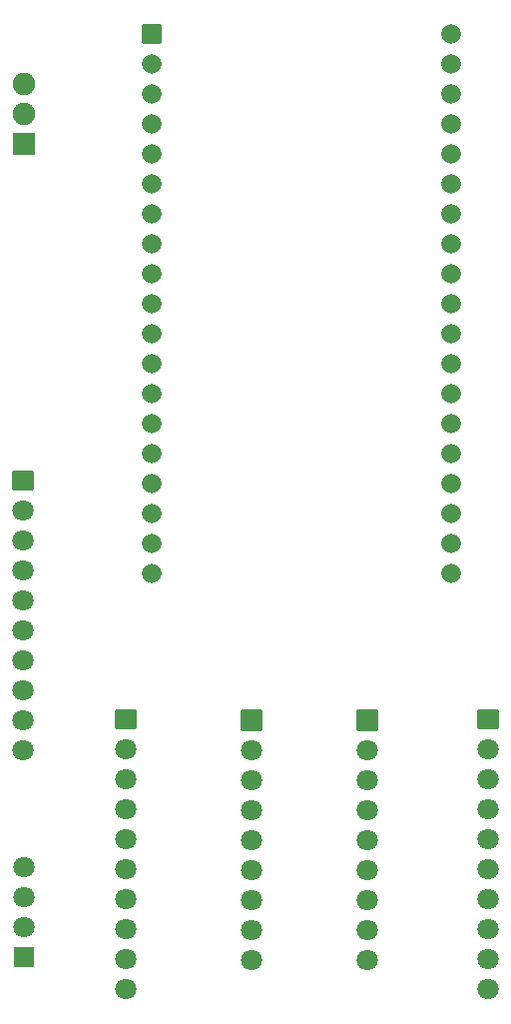
<source format=gbs>
G04 Layer: BottomSolderMaskLayer*
G04 EasyEDA v6.5.42, 2024-02-29 16:04:18*
G04 a77a6519c85945819b4ef728552386b2,10*
G04 Gerber Generator version 0.2*
G04 Scale: 100 percent, Rotated: No, Reflected: No *
G04 Dimensions in millimeters *
G04 leading zeros omitted , absolute positions ,4 integer and 5 decimal *
%FSLAX45Y45*%
%MOMM*%

%AMMACRO1*1,1,$1,$2,$3*1,1,$1,$4,$5*1,1,$1,0-$2,0-$3*1,1,$1,0-$4,0-$5*20,1,$1,$2,$3,$4,$5,0*20,1,$1,$4,$5,0-$2,0-$3,0*20,1,$1,0-$2,0-$3,0-$4,0-$5,0*20,1,$1,0-$4,0-$5,$2,$3,0*4,1,4,$2,$3,$4,$5,0-$2,0-$3,0-$4,0-$5,$2,$3,0*%
%ADD10R,1.9016X1.9016*%
%ADD11C,1.9016*%
%ADD12C,1.9020*%
%ADD13MACRO1,0.1016X0.85X0.85X0.85X-0.85*%
%ADD14C,1.8016*%
%ADD15C,1.8020*%
%ADD16MACRO1,0.1016X0.85X0.7874X0.85X-0.7874*%
%ADD17C,1.6617*%
%ADD18MACRO1,0.1016X-0.78X0.78X0.78X0.78*%
%ADD19R,1.8016X1.8016*%

%LPD*%
D10*
G01*
X1016000Y4724400D03*
D11*
G01*
X1016000Y4978400D03*
D12*
G01*
X1015997Y5232389D03*
D13*
G01*
X3924300Y-165100D03*
D14*
G01*
X3924300Y-419100D03*
G01*
X3924300Y-673100D03*
D15*
G01*
X3924292Y-927097D03*
G01*
X3924292Y-1181097D03*
D14*
G01*
X3924300Y-1435100D03*
G01*
X3924300Y-1689100D03*
G01*
X3924300Y-1943100D03*
G01*
X3924300Y-2197100D03*
D13*
G01*
X2946400Y-165100D03*
D14*
G01*
X2946400Y-419100D03*
G01*
X2946400Y-673100D03*
G01*
X2946400Y-927100D03*
G01*
X2946400Y-1181100D03*
G01*
X2946400Y-1435100D03*
G01*
X2946400Y-1689100D03*
G01*
X2946400Y-1943100D03*
G01*
X2946400Y-2197100D03*
G01*
X4953000Y-2438400D03*
G01*
X4953000Y-2184400D03*
G01*
X4953000Y-1930400D03*
G01*
X4953000Y-1676400D03*
G01*
X4953000Y-1422400D03*
G01*
X4953000Y-1168400D03*
G01*
X4953000Y-914400D03*
G01*
X4953000Y-660400D03*
G01*
X4953000Y-406400D03*
D16*
G01*
X4953000Y-152400D03*
D14*
G01*
X1879600Y-2438400D03*
G01*
X1879600Y-2184400D03*
G01*
X1879600Y-1930400D03*
G01*
X1879600Y-1676400D03*
G01*
X1879600Y-1422400D03*
G01*
X1879600Y-1168400D03*
G01*
X1879600Y-914400D03*
G01*
X1879600Y-660400D03*
G01*
X1879600Y-406400D03*
D16*
G01*
X1879599Y-152400D03*
D17*
G01*
X4635500Y1079500D03*
G01*
X4635500Y1333500D03*
G01*
X4635500Y1587500D03*
G01*
X4635500Y1841500D03*
G01*
X4635500Y2095500D03*
G01*
X4635500Y2349500D03*
G01*
X4635500Y2603500D03*
G01*
X4635500Y2857500D03*
G01*
X4635500Y3111500D03*
G01*
X4635500Y3365500D03*
G01*
X4635500Y3619500D03*
G01*
X4635500Y3873500D03*
G01*
X4635500Y4127500D03*
G01*
X4635500Y4381500D03*
G01*
X4635500Y4635500D03*
G01*
X4635500Y4889500D03*
G01*
X4635500Y5143500D03*
G01*
X4635500Y5397500D03*
G01*
X4635500Y5651500D03*
G01*
X2095500Y1333500D03*
G01*
X2095500Y1587500D03*
G01*
X2095500Y1841500D03*
G01*
X2095500Y2095500D03*
G01*
X2095500Y2349500D03*
G01*
X2095500Y2603500D03*
G01*
X2095500Y2857500D03*
G01*
X2095500Y3111500D03*
G01*
X2095500Y3365500D03*
G01*
X2095500Y3619500D03*
G01*
X2095500Y3873500D03*
G01*
X2095500Y4127500D03*
G01*
X2095500Y4381500D03*
G01*
X2095500Y4635500D03*
G01*
X2095500Y4889500D03*
G01*
X2095500Y5143500D03*
G01*
X2095500Y1079500D03*
G01*
X2095500Y5397500D03*
D18*
G01*
X2095500Y5651500D03*
D14*
G01*
X1003300Y-419100D03*
G01*
X1003300Y-165100D03*
G01*
X1003300Y88900D03*
G01*
X1003300Y342900D03*
G01*
X1003300Y596900D03*
G01*
X1003300Y850900D03*
G01*
X1003300Y1104900D03*
G01*
X1003300Y1358900D03*
G01*
X1003300Y1612900D03*
D16*
G01*
X1003300Y1866900D03*
D19*
G01*
X1016000Y-2171700D03*
D14*
G01*
X1016000Y-1917700D03*
G01*
X1016000Y-1663700D03*
G01*
X1016000Y-1409700D03*
M02*

</source>
